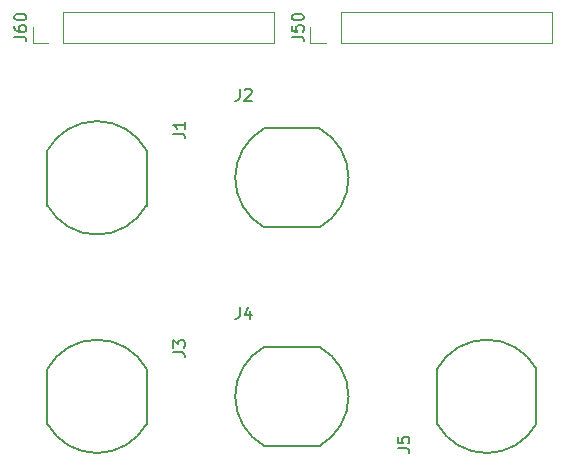
<source format=gto>
%TF.GenerationSoftware,KiCad,Pcbnew,8.0.5*%
%TF.CreationDate,2024-12-03T21:43:17+01:00*%
%TF.ProjectId,DMH_Mixer_PCB_Conn,444d485f-4d69-4786-9572-5f5043425f43,1*%
%TF.SameCoordinates,Original*%
%TF.FileFunction,Legend,Top*%
%TF.FilePolarity,Positive*%
%FSLAX46Y46*%
G04 Gerber Fmt 4.6, Leading zero omitted, Abs format (unit mm)*
G04 Created by KiCad (PCBNEW 8.0.5) date 2024-12-03 21:43:17*
%MOMM*%
%LPD*%
G01*
G04 APERTURE LIST*
G04 Aperture macros list*
%AMHorizOval*
0 Thick line with rounded ends*
0 $1 width*
0 $2 $3 position (X,Y) of the first rounded end (center of the circle)*
0 $4 $5 position (X,Y) of the second rounded end (center of the circle)*
0 Add line between two ends*
20,1,$1,$2,$3,$4,$5,0*
0 Add two circle primitives to create the rounded ends*
1,1,$1,$2,$3*
1,1,$1,$4,$5*%
G04 Aperture macros list end*
%ADD10C,0.150000*%
%ADD11C,0.120000*%
%ADD12R,1.700000X1.700000*%
%ADD13O,1.700000X1.700000*%
%ADD14HorizOval,1.712000X-0.533159X-0.533159X0.533159X0.533159X0*%
%ADD15O,1.712000X3.220000*%
%ADD16O,3.220000X1.712000*%
%ADD17HorizOval,1.712000X-0.533159X0.533159X0.533159X-0.533159X0*%
G04 APERTURE END LIST*
D10*
X74999819Y-178309523D02*
X75714104Y-178309523D01*
X75714104Y-178309523D02*
X75856961Y-178357142D01*
X75856961Y-178357142D02*
X75952200Y-178452380D01*
X75952200Y-178452380D02*
X75999819Y-178595237D01*
X75999819Y-178595237D02*
X75999819Y-178690475D01*
X74999819Y-177357142D02*
X74999819Y-177833332D01*
X74999819Y-177833332D02*
X75476009Y-177880951D01*
X75476009Y-177880951D02*
X75428390Y-177833332D01*
X75428390Y-177833332D02*
X75380771Y-177738094D01*
X75380771Y-177738094D02*
X75380771Y-177499999D01*
X75380771Y-177499999D02*
X75428390Y-177404761D01*
X75428390Y-177404761D02*
X75476009Y-177357142D01*
X75476009Y-177357142D02*
X75571247Y-177309523D01*
X75571247Y-177309523D02*
X75809342Y-177309523D01*
X75809342Y-177309523D02*
X75904580Y-177357142D01*
X75904580Y-177357142D02*
X75952200Y-177404761D01*
X75952200Y-177404761D02*
X75999819Y-177499999D01*
X75999819Y-177499999D02*
X75999819Y-177738094D01*
X75999819Y-177738094D02*
X75952200Y-177833332D01*
X75952200Y-177833332D02*
X75904580Y-177880951D01*
X74999819Y-176690475D02*
X74999819Y-176595237D01*
X74999819Y-176595237D02*
X75047438Y-176499999D01*
X75047438Y-176499999D02*
X75095057Y-176452380D01*
X75095057Y-176452380D02*
X75190295Y-176404761D01*
X75190295Y-176404761D02*
X75380771Y-176357142D01*
X75380771Y-176357142D02*
X75618866Y-176357142D01*
X75618866Y-176357142D02*
X75809342Y-176404761D01*
X75809342Y-176404761D02*
X75904580Y-176452380D01*
X75904580Y-176452380D02*
X75952200Y-176499999D01*
X75952200Y-176499999D02*
X75999819Y-176595237D01*
X75999819Y-176595237D02*
X75999819Y-176690475D01*
X75999819Y-176690475D02*
X75952200Y-176785713D01*
X75952200Y-176785713D02*
X75904580Y-176833332D01*
X75904580Y-176833332D02*
X75809342Y-176880951D01*
X75809342Y-176880951D02*
X75618866Y-176928570D01*
X75618866Y-176928570D02*
X75380771Y-176928570D01*
X75380771Y-176928570D02*
X75190295Y-176880951D01*
X75190295Y-176880951D02*
X75095057Y-176833332D01*
X75095057Y-176833332D02*
X75047438Y-176785713D01*
X75047438Y-176785713D02*
X74999819Y-176690475D01*
X70591666Y-201204819D02*
X70591666Y-201919104D01*
X70591666Y-201919104D02*
X70544047Y-202061961D01*
X70544047Y-202061961D02*
X70448809Y-202157200D01*
X70448809Y-202157200D02*
X70305952Y-202204819D01*
X70305952Y-202204819D02*
X70210714Y-202204819D01*
X71496428Y-201538152D02*
X71496428Y-202204819D01*
X71258333Y-201157200D02*
X71020238Y-201871485D01*
X71020238Y-201871485D02*
X71639285Y-201871485D01*
X51504819Y-178309523D02*
X52219104Y-178309523D01*
X52219104Y-178309523D02*
X52361961Y-178357142D01*
X52361961Y-178357142D02*
X52457200Y-178452380D01*
X52457200Y-178452380D02*
X52504819Y-178595237D01*
X52504819Y-178595237D02*
X52504819Y-178690475D01*
X51504819Y-177404761D02*
X51504819Y-177595237D01*
X51504819Y-177595237D02*
X51552438Y-177690475D01*
X51552438Y-177690475D02*
X51600057Y-177738094D01*
X51600057Y-177738094D02*
X51742914Y-177833332D01*
X51742914Y-177833332D02*
X51933390Y-177880951D01*
X51933390Y-177880951D02*
X52314342Y-177880951D01*
X52314342Y-177880951D02*
X52409580Y-177833332D01*
X52409580Y-177833332D02*
X52457200Y-177785713D01*
X52457200Y-177785713D02*
X52504819Y-177690475D01*
X52504819Y-177690475D02*
X52504819Y-177499999D01*
X52504819Y-177499999D02*
X52457200Y-177404761D01*
X52457200Y-177404761D02*
X52409580Y-177357142D01*
X52409580Y-177357142D02*
X52314342Y-177309523D01*
X52314342Y-177309523D02*
X52076247Y-177309523D01*
X52076247Y-177309523D02*
X51981009Y-177357142D01*
X51981009Y-177357142D02*
X51933390Y-177404761D01*
X51933390Y-177404761D02*
X51885771Y-177499999D01*
X51885771Y-177499999D02*
X51885771Y-177690475D01*
X51885771Y-177690475D02*
X51933390Y-177785713D01*
X51933390Y-177785713D02*
X51981009Y-177833332D01*
X51981009Y-177833332D02*
X52076247Y-177880951D01*
X51504819Y-176690475D02*
X51504819Y-176595237D01*
X51504819Y-176595237D02*
X51552438Y-176499999D01*
X51552438Y-176499999D02*
X51600057Y-176452380D01*
X51600057Y-176452380D02*
X51695295Y-176404761D01*
X51695295Y-176404761D02*
X51885771Y-176357142D01*
X51885771Y-176357142D02*
X52123866Y-176357142D01*
X52123866Y-176357142D02*
X52314342Y-176404761D01*
X52314342Y-176404761D02*
X52409580Y-176452380D01*
X52409580Y-176452380D02*
X52457200Y-176499999D01*
X52457200Y-176499999D02*
X52504819Y-176595237D01*
X52504819Y-176595237D02*
X52504819Y-176690475D01*
X52504819Y-176690475D02*
X52457200Y-176785713D01*
X52457200Y-176785713D02*
X52409580Y-176833332D01*
X52409580Y-176833332D02*
X52314342Y-176880951D01*
X52314342Y-176880951D02*
X52123866Y-176928570D01*
X52123866Y-176928570D02*
X51885771Y-176928570D01*
X51885771Y-176928570D02*
X51695295Y-176880951D01*
X51695295Y-176880951D02*
X51600057Y-176833332D01*
X51600057Y-176833332D02*
X51552438Y-176785713D01*
X51552438Y-176785713D02*
X51504819Y-176690475D01*
X70591666Y-182704819D02*
X70591666Y-183419104D01*
X70591666Y-183419104D02*
X70544047Y-183561961D01*
X70544047Y-183561961D02*
X70448809Y-183657200D01*
X70448809Y-183657200D02*
X70305952Y-183704819D01*
X70305952Y-183704819D02*
X70210714Y-183704819D01*
X71020238Y-182800057D02*
X71067857Y-182752438D01*
X71067857Y-182752438D02*
X71163095Y-182704819D01*
X71163095Y-182704819D02*
X71401190Y-182704819D01*
X71401190Y-182704819D02*
X71496428Y-182752438D01*
X71496428Y-182752438D02*
X71544047Y-182800057D01*
X71544047Y-182800057D02*
X71591666Y-182895295D01*
X71591666Y-182895295D02*
X71591666Y-182990533D01*
X71591666Y-182990533D02*
X71544047Y-183133390D01*
X71544047Y-183133390D02*
X70972619Y-183704819D01*
X70972619Y-183704819D02*
X71591666Y-183704819D01*
X64954819Y-186508333D02*
X65669104Y-186508333D01*
X65669104Y-186508333D02*
X65811961Y-186555952D01*
X65811961Y-186555952D02*
X65907200Y-186651190D01*
X65907200Y-186651190D02*
X65954819Y-186794047D01*
X65954819Y-186794047D02*
X65954819Y-186889285D01*
X65954819Y-185508333D02*
X65954819Y-186079761D01*
X65954819Y-185794047D02*
X64954819Y-185794047D01*
X64954819Y-185794047D02*
X65097676Y-185889285D01*
X65097676Y-185889285D02*
X65192914Y-185984523D01*
X65192914Y-185984523D02*
X65240533Y-186079761D01*
X64954819Y-205008333D02*
X65669104Y-205008333D01*
X65669104Y-205008333D02*
X65811961Y-205055952D01*
X65811961Y-205055952D02*
X65907200Y-205151190D01*
X65907200Y-205151190D02*
X65954819Y-205294047D01*
X65954819Y-205294047D02*
X65954819Y-205389285D01*
X64954819Y-204627380D02*
X64954819Y-204008333D01*
X64954819Y-204008333D02*
X65335771Y-204341666D01*
X65335771Y-204341666D02*
X65335771Y-204198809D01*
X65335771Y-204198809D02*
X65383390Y-204103571D01*
X65383390Y-204103571D02*
X65431009Y-204055952D01*
X65431009Y-204055952D02*
X65526247Y-204008333D01*
X65526247Y-204008333D02*
X65764342Y-204008333D01*
X65764342Y-204008333D02*
X65859580Y-204055952D01*
X65859580Y-204055952D02*
X65907200Y-204103571D01*
X65907200Y-204103571D02*
X65954819Y-204198809D01*
X65954819Y-204198809D02*
X65954819Y-204484523D01*
X65954819Y-204484523D02*
X65907200Y-204579761D01*
X65907200Y-204579761D02*
X65859580Y-204627380D01*
X83954819Y-213158333D02*
X84669104Y-213158333D01*
X84669104Y-213158333D02*
X84811961Y-213205952D01*
X84811961Y-213205952D02*
X84907200Y-213301190D01*
X84907200Y-213301190D02*
X84954819Y-213444047D01*
X84954819Y-213444047D02*
X84954819Y-213539285D01*
X83954819Y-212205952D02*
X83954819Y-212682142D01*
X83954819Y-212682142D02*
X84431009Y-212729761D01*
X84431009Y-212729761D02*
X84383390Y-212682142D01*
X84383390Y-212682142D02*
X84335771Y-212586904D01*
X84335771Y-212586904D02*
X84335771Y-212348809D01*
X84335771Y-212348809D02*
X84383390Y-212253571D01*
X84383390Y-212253571D02*
X84431009Y-212205952D01*
X84431009Y-212205952D02*
X84526247Y-212158333D01*
X84526247Y-212158333D02*
X84764342Y-212158333D01*
X84764342Y-212158333D02*
X84859580Y-212205952D01*
X84859580Y-212205952D02*
X84907200Y-212253571D01*
X84907200Y-212253571D02*
X84954819Y-212348809D01*
X84954819Y-212348809D02*
X84954819Y-212586904D01*
X84954819Y-212586904D02*
X84907200Y-212682142D01*
X84907200Y-212682142D02*
X84859580Y-212729761D01*
D11*
%TO.C,J50*%
X76545000Y-178830000D02*
X76545000Y-177500000D01*
X77875000Y-178830000D02*
X76545000Y-178830000D01*
X79145000Y-176170000D02*
X96985000Y-176170000D01*
X79145000Y-178830000D02*
X79145000Y-176170000D01*
X79145000Y-178830000D02*
X96985000Y-178830000D01*
X96985000Y-178830000D02*
X96985000Y-176170000D01*
D10*
%TO.C,J4*%
X75000000Y-204550000D02*
X72650000Y-204550000D01*
X75000000Y-204550000D02*
X77350000Y-204550000D01*
X75000000Y-212950000D02*
X72650000Y-212950000D01*
X75000000Y-212950000D02*
X77350000Y-212950000D01*
X70200000Y-208750000D02*
G75*
G02*
X72656222Y-204561121I4800000J0D01*
G01*
X72656222Y-212938879D02*
G75*
G02*
X70200000Y-208750000I2343778J4188879D01*
G01*
X77343778Y-204561121D02*
G75*
G02*
X79800000Y-208750000I-2343781J-4188881D01*
G01*
X79800000Y-208750000D02*
G75*
G02*
X77343778Y-212938879I-4800003J2D01*
G01*
D11*
%TO.C,J60*%
X53050000Y-178830000D02*
X53050000Y-177500000D01*
X54380000Y-178830000D02*
X53050000Y-178830000D01*
X55650000Y-176170000D02*
X73490000Y-176170000D01*
X55650000Y-178830000D02*
X55650000Y-176170000D01*
X55650000Y-178830000D02*
X73490000Y-178830000D01*
X73490000Y-178830000D02*
X73490000Y-176170000D01*
D10*
%TO.C,J2*%
X75000000Y-186050000D02*
X72650000Y-186050000D01*
X75000000Y-186050000D02*
X77350000Y-186050000D01*
X75000000Y-194450000D02*
X72650000Y-194450000D01*
X75000000Y-194450000D02*
X77350000Y-194450000D01*
X70200000Y-190250000D02*
G75*
G02*
X72656222Y-186061121I4800000J0D01*
G01*
X72656222Y-194438879D02*
G75*
G02*
X70200000Y-190250000I2343778J4188879D01*
G01*
X77343778Y-186061121D02*
G75*
G02*
X79800000Y-190250000I-2343781J-4188881D01*
G01*
X79800000Y-190250000D02*
G75*
G02*
X77343778Y-194438879I-4800003J2D01*
G01*
%TO.C,J1*%
X54300000Y-190250000D02*
X54300000Y-187900000D01*
X54300000Y-190250000D02*
X54300000Y-192600000D01*
X62700000Y-190250000D02*
X62700000Y-187900000D01*
X62700000Y-190250000D02*
X62700000Y-192600000D01*
X54311121Y-187906222D02*
G75*
G02*
X58500000Y-185450000I4188879J-2343778D01*
G01*
X58500000Y-185450000D02*
G75*
G02*
X62688879Y-187906222I0J-4800000D01*
G01*
X58500000Y-195050000D02*
G75*
G02*
X54311121Y-192593778I2J4800003D01*
G01*
X62688879Y-192593778D02*
G75*
G02*
X58500000Y-195050000I-4188881J2343781D01*
G01*
%TO.C,J3*%
X54300000Y-208750000D02*
X54300000Y-206400000D01*
X54300000Y-208750000D02*
X54300000Y-211100000D01*
X62700000Y-208750000D02*
X62700000Y-206400000D01*
X62700000Y-208750000D02*
X62700000Y-211100000D01*
X54311121Y-206406222D02*
G75*
G02*
X58500000Y-203950000I4188879J-2343778D01*
G01*
X58500000Y-203950000D02*
G75*
G02*
X62688879Y-206406222I0J-4800000D01*
G01*
X58500000Y-213550000D02*
G75*
G02*
X54311121Y-211093778I2J4800003D01*
G01*
X62688879Y-211093778D02*
G75*
G02*
X58500000Y-213550000I-4188881J2343781D01*
G01*
%TO.C,J5*%
X87300000Y-208750000D02*
X87300000Y-206400000D01*
X87300000Y-208750000D02*
X87300000Y-211100000D01*
X95700000Y-208750000D02*
X95700000Y-206400000D01*
X95700000Y-208750000D02*
X95700000Y-211100000D01*
X87311121Y-206406222D02*
G75*
G02*
X91500000Y-203950000I4188881J-2343781D01*
G01*
X91500000Y-203950000D02*
G75*
G02*
X95688879Y-206406222I-2J-4800003D01*
G01*
X91500000Y-213550000D02*
G75*
G02*
X87311121Y-211093778I0J4800000D01*
G01*
X95688879Y-211093778D02*
G75*
G02*
X91500000Y-213550000I-4188879J2343778D01*
G01*
%TD*%
%LPC*%
D12*
%TO.C,J50*%
X77875000Y-177500000D03*
D13*
X80415000Y-177500000D03*
X82955000Y-177500000D03*
X85495000Y-177500000D03*
X88035000Y-177500000D03*
X90575000Y-177500000D03*
X93115000Y-177500000D03*
X95655000Y-177500000D03*
%TD*%
D14*
%TO.C,J4*%
X70403810Y-204153810D03*
D15*
X81500000Y-208250000D03*
D16*
X77500000Y-202250000D03*
%TD*%
D12*
%TO.C,J60*%
X54380000Y-177500000D03*
D13*
X56920000Y-177500000D03*
X59460000Y-177500000D03*
X62000000Y-177500000D03*
X64540000Y-177500000D03*
X67080000Y-177500000D03*
X69620000Y-177500000D03*
X72160000Y-177500000D03*
%TD*%
D14*
%TO.C,J2*%
X70403810Y-185653810D03*
D15*
X81500000Y-189750000D03*
D16*
X77500000Y-183750000D03*
%TD*%
D17*
%TO.C,J1*%
X63096190Y-185653810D03*
D16*
X59000000Y-196750000D03*
D15*
X65000000Y-192750000D03*
%TD*%
D17*
%TO.C,J3*%
X63096190Y-204153810D03*
D16*
X59000000Y-215250000D03*
D15*
X65000000Y-211250000D03*
%TD*%
D17*
%TO.C,J5*%
X86903810Y-213346190D03*
D16*
X91000000Y-202250000D03*
D15*
X85000000Y-206250000D03*
%TD*%
%LPD*%
M02*

</source>
